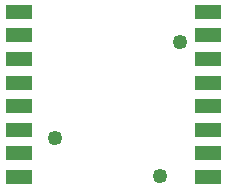
<source format=gbs>
G04 MADE WITH FRITZING*
G04 WWW.FRITZING.ORG*
G04 DOUBLE SIDED*
G04 HOLES PLATED*
G04 CONTOUR ON CENTER OF CONTOUR VECTOR*
%ASAXBY*%
%FSLAX23Y23*%
%MOIN*%
%OFA0B0*%
%SFA1.0B1.0*%
%ADD10C,0.049370*%
%ADD11R,0.088740X0.049370*%
%LNMASK0*%
G90*
G70*
G54D10*
X184Y170D03*
X600Y490D03*
X536Y42D03*
G54D11*
X694Y40D03*
X694Y119D03*
X694Y198D03*
X694Y276D03*
X694Y355D03*
X694Y434D03*
X694Y513D03*
X694Y591D03*
X64Y40D03*
X64Y119D03*
X64Y198D03*
X64Y276D03*
X64Y355D03*
X64Y434D03*
X64Y513D03*
X64Y591D03*
G04 End of Mask0*
M02*
</source>
